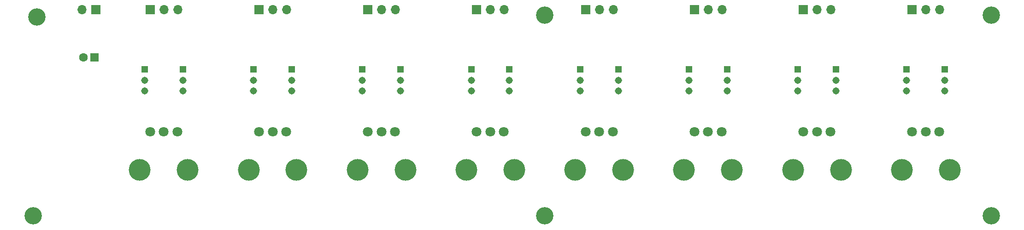
<source format=gbs>
G04 #@! TF.FileFunction,Soldermask,Bot*
%FSLAX46Y46*%
G04 Gerber Fmt 4.6, Leading zero omitted, Abs format (unit mm)*
G04 Created by KiCad (PCBNEW 4.0.7) date Monday, 21 May 2018 'PMt' 08:29:24 PM*
%MOMM*%
%LPD*%
G01*
G04 APERTURE LIST*
%ADD10C,0.100000*%
%ADD11R,1.700000X1.700000*%
%ADD12O,1.700000X1.700000*%
%ADD13C,1.800000*%
%ADD14C,4.000000*%
%ADD15R,1.308000X1.308000*%
%ADD16C,1.308000*%
%ADD17C,3.200000*%
%ADD18R,1.600000X1.600000*%
%ADD19C,1.600000*%
G04 APERTURE END LIST*
D10*
D11*
X37500000Y-100000000D03*
D12*
X34960000Y-100000000D03*
D11*
X47500000Y-100000000D03*
D12*
X50040000Y-100000000D03*
X52580000Y-100000000D03*
D11*
X67500000Y-100000000D03*
D12*
X70040000Y-100000000D03*
X72580000Y-100000000D03*
D11*
X87500000Y-100000000D03*
D12*
X90040000Y-100000000D03*
X92580000Y-100000000D03*
D11*
X107500000Y-100000000D03*
D12*
X110040000Y-100000000D03*
X112580000Y-100000000D03*
D11*
X127500000Y-100000000D03*
D12*
X130040000Y-100000000D03*
X132580000Y-100000000D03*
D11*
X147500000Y-100000000D03*
D12*
X150040000Y-100000000D03*
X152580000Y-100000000D03*
D11*
X167500000Y-100000000D03*
D12*
X170040000Y-100000000D03*
X172580000Y-100000000D03*
D11*
X187500000Y-100000000D03*
D12*
X190040000Y-100000000D03*
X192580000Y-100000000D03*
D13*
X52500000Y-122500000D03*
X50000000Y-122500000D03*
X47500000Y-122500000D03*
D14*
X54400000Y-129500000D03*
X45600000Y-129500000D03*
D13*
X72500000Y-122500000D03*
X70000000Y-122500000D03*
X67500000Y-122500000D03*
D14*
X74400000Y-129500000D03*
X65600000Y-129500000D03*
D13*
X92500000Y-122500000D03*
X90000000Y-122500000D03*
X87500000Y-122500000D03*
D14*
X94400000Y-129500000D03*
X85600000Y-129500000D03*
D13*
X112500000Y-122500000D03*
X110000000Y-122500000D03*
X107500000Y-122500000D03*
D14*
X114400000Y-129500000D03*
X105600000Y-129500000D03*
D13*
X132500000Y-122500000D03*
X130000000Y-122500000D03*
X127500000Y-122500000D03*
D14*
X134400000Y-129500000D03*
X125600000Y-129500000D03*
D13*
X152500000Y-122500000D03*
X150000000Y-122500000D03*
X147500000Y-122500000D03*
D14*
X154400000Y-129500000D03*
X145600000Y-129500000D03*
D13*
X172500000Y-122500000D03*
X170000000Y-122500000D03*
X167500000Y-122500000D03*
D14*
X174400000Y-129500000D03*
X165600000Y-129500000D03*
D13*
X192500000Y-122500000D03*
X190000000Y-122500000D03*
X187500000Y-122500000D03*
D14*
X194400000Y-129500000D03*
X185600000Y-129500000D03*
D15*
X53500000Y-111000000D03*
D16*
X53500000Y-113000000D03*
X53500000Y-115000000D03*
D15*
X46500000Y-111000000D03*
D16*
X46500000Y-113000000D03*
X46500000Y-115000000D03*
D15*
X66500000Y-111000000D03*
D16*
X66500000Y-113000000D03*
X66500000Y-115000000D03*
D15*
X93500000Y-111000000D03*
D16*
X93500000Y-113000000D03*
X93500000Y-115000000D03*
D15*
X113500000Y-111000000D03*
D16*
X113500000Y-113000000D03*
X113500000Y-115000000D03*
D15*
X86500000Y-111000000D03*
D16*
X86500000Y-113000000D03*
X86500000Y-115000000D03*
D15*
X106500000Y-111000000D03*
D16*
X106500000Y-113000000D03*
X106500000Y-115000000D03*
D15*
X133500000Y-111000000D03*
D16*
X133500000Y-113000000D03*
X133500000Y-115000000D03*
D15*
X153500000Y-111000000D03*
D16*
X153500000Y-113000000D03*
X153500000Y-115000000D03*
D15*
X126500000Y-111000000D03*
D16*
X126500000Y-113000000D03*
X126500000Y-115000000D03*
D15*
X146500000Y-111000000D03*
D16*
X146500000Y-113000000D03*
X146500000Y-115000000D03*
D15*
X173500000Y-111000000D03*
D16*
X173500000Y-113000000D03*
X173500000Y-115000000D03*
D15*
X193500000Y-111000000D03*
D16*
X193500000Y-113000000D03*
X193500000Y-115000000D03*
D15*
X166500000Y-111000000D03*
D16*
X166500000Y-113000000D03*
X166500000Y-115000000D03*
D15*
X186500000Y-111000000D03*
D16*
X186500000Y-113000000D03*
X186500000Y-115000000D03*
D17*
X26000000Y-138000000D03*
X202000000Y-101000000D03*
X26670000Y-101346000D03*
X202000000Y-138000000D03*
X120000000Y-101000000D03*
X120000000Y-138000000D03*
D15*
X73500000Y-111000000D03*
D16*
X73500000Y-113000000D03*
X73500000Y-115000000D03*
D18*
X37250000Y-108750000D03*
D19*
X35250000Y-108750000D03*
M02*

</source>
